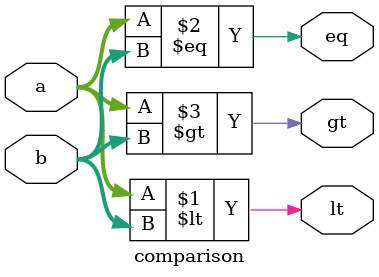
<source format=v>
module comparison(input wire [19:0] a, input wire [19:0] b, output wire lt, output wire eq, output wire gt);

    assign lt = a<b;
    assign eq = a==b;
    assign gt = a>b;

endmodule
</source>
